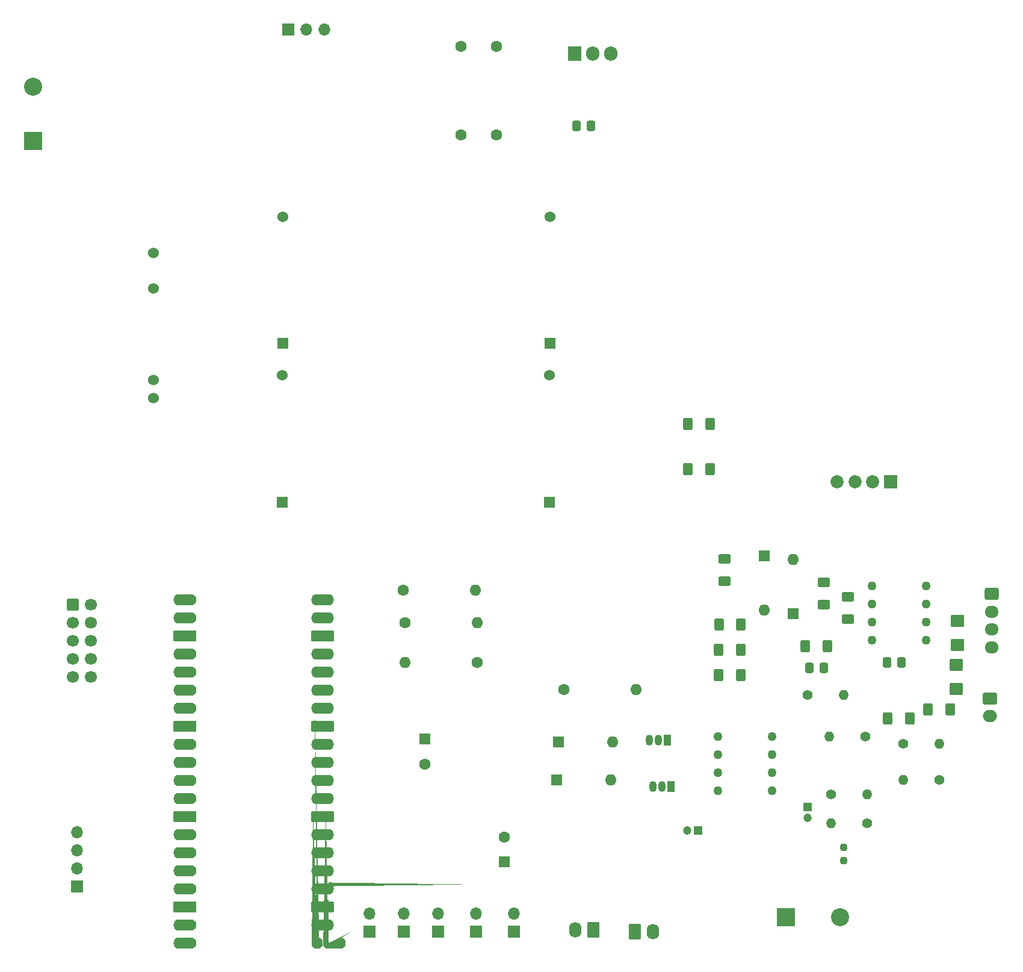
<source format=gbr>
%TF.GenerationSoftware,KiCad,Pcbnew,7.0.1*%
%TF.CreationDate,2023-05-11T18:44:24-05:00*%
%TF.ProjectId,CircuitoPotencia,43697263-7569-4746-9f50-6f74656e6369,rev?*%
%TF.SameCoordinates,Original*%
%TF.FileFunction,Soldermask,Top*%
%TF.FilePolarity,Negative*%
%FSLAX46Y46*%
G04 Gerber Fmt 4.6, Leading zero omitted, Abs format (unit mm)*
G04 Created by KiCad (PCBNEW 7.0.1) date 2023-05-11 18:44:24*
%MOMM*%
%LPD*%
G01*
G04 APERTURE LIST*
G04 Aperture macros list*
%AMRoundRect*
0 Rectangle with rounded corners*
0 $1 Rounding radius*
0 $2 $3 $4 $5 $6 $7 $8 $9 X,Y pos of 4 corners*
0 Add a 4 corners polygon primitive as box body*
4,1,4,$2,$3,$4,$5,$6,$7,$8,$9,$2,$3,0*
0 Add four circle primitives for the rounded corners*
1,1,$1+$1,$2,$3*
1,1,$1+$1,$4,$5*
1,1,$1+$1,$6,$7*
1,1,$1+$1,$8,$9*
0 Add four rect primitives between the rounded corners*
20,1,$1+$1,$2,$3,$4,$5,0*
20,1,$1+$1,$4,$5,$6,$7,0*
20,1,$1+$1,$6,$7,$8,$9,0*
20,1,$1+$1,$8,$9,$2,$3,0*%
%AMFreePoly0*
4,1,58,1.881242,0.792533,1.914585,0.788777,1.924216,0.782725,1.935306,0.780194,1.961541,0.759271,1.989950,0.741421,2.341421,0.389950,2.359271,0.361541,2.380194,0.335306,2.382725,0.324216,2.388777,0.314585,2.392533,0.281242,2.400000,0.248529,2.400000,-0.248529,2.392533,-0.281242,2.388777,-0.314585,2.382725,-0.324216,2.380194,-0.335306,2.359271,-0.361541,2.341421,-0.389950,
1.989950,-0.741421,1.961541,-0.759271,1.935306,-0.780194,1.924216,-0.782725,1.914585,-0.788777,1.881242,-0.792533,1.848529,-0.800000,0.000000,-0.800000,-0.248529,-0.800000,-0.281242,-0.792533,-0.314585,-0.788777,-0.324216,-0.782725,-0.335306,-0.780194,-0.361541,-0.759271,-0.389950,-0.741421,-0.741421,-0.389950,-0.759271,-0.361541,-0.780194,-0.335306,-0.782725,-0.324216,-0.788777,-0.314585,
-0.792533,-0.281242,-0.800000,-0.248529,-0.800000,0.248529,-0.792533,0.281242,-0.788777,0.314585,-0.782725,0.324216,-0.780194,0.335306,-0.759271,0.361541,-0.741421,0.389950,-0.389950,0.741421,-0.361541,0.759271,-0.335306,0.780194,-0.324216,0.782725,-0.314585,0.788777,-0.281242,0.792533,-0.248529,0.800000,1.848529,0.800000,1.881242,0.792533,1.881242,0.792533,$1*%
%AMFreePoly1*
4,1,58,0.281242,0.792533,0.314585,0.788777,0.324216,0.782725,0.335306,0.780194,0.361541,0.759271,0.389950,0.741421,0.741421,0.389950,0.759271,0.361541,0.780194,0.335306,0.782725,0.324216,0.788777,0.314585,0.792533,0.281242,0.800000,0.248529,0.800000,-0.248529,0.792533,-0.281242,0.788777,-0.314585,0.782725,-0.324216,0.780194,-0.335306,0.759271,-0.361541,0.741421,-0.389950,
0.389950,-0.741421,0.361541,-0.759271,0.335306,-0.780194,0.324216,-0.782725,0.314585,-0.788777,0.281242,-0.792533,0.248529,-0.800000,0.000000,-0.800000,-0.248529,-0.800000,-0.281242,-0.792533,-0.314585,-0.788777,-0.324216,-0.782725,-0.335306,-0.780194,-0.361541,-0.759271,-0.389950,-0.741421,-0.741421,-0.389950,-0.759271,-0.361541,-0.780194,-0.335306,-0.782725,-0.324216,-0.788777,-0.314585,
-0.792533,-0.281242,-0.800000,-0.248529,-0.800000,0.248529,-0.792533,0.281242,-0.788777,0.314585,-0.782725,0.324216,-0.780194,0.335306,-0.759271,0.361541,-0.741421,0.389950,-0.389950,0.741421,-0.361541,0.759271,-0.335306,0.780194,-0.324216,0.782725,-0.314585,0.788777,-0.281242,0.792533,-0.248529,0.800000,0.248529,0.800000,0.281242,0.792533,0.281242,0.792533,$1*%
G04 Aperture macros list end*
%ADD10R,1.700000X1.700000*%
%ADD11O,1.700000X1.700000*%
%ADD12RoundRect,0.250000X-0.600000X-0.600000X0.600000X-0.600000X0.600000X0.600000X-0.600000X0.600000X0*%
%ADD13C,1.700000*%
%ADD14C,1.600000*%
%ADD15O,1.600000X1.600000*%
%ADD16RoundRect,0.250000X0.400000X0.625000X-0.400000X0.625000X-0.400000X-0.625000X0.400000X-0.625000X0*%
%ADD17RoundRect,0.250000X-0.337500X-0.475000X0.337500X-0.475000X0.337500X0.475000X-0.337500X0.475000X0*%
%ADD18RoundRect,0.250000X-0.750000X0.600000X-0.750000X-0.600000X0.750000X-0.600000X0.750000X0.600000X0*%
%ADD19O,2.000000X1.700000*%
%ADD20C,1.400000*%
%ADD21O,1.400000X1.400000*%
%ADD22C,1.270000*%
%ADD23R,2.540000X2.540000*%
%ADD24C,2.540000*%
%ADD25R,1.600000X1.600000*%
%ADD26RoundRect,0.250000X-0.725000X0.600000X-0.725000X-0.600000X0.725000X-0.600000X0.725000X0.600000X0*%
%ADD27O,1.950000X1.700000*%
%ADD28C,1.524000*%
%ADD29R,1.524000X1.524000*%
%ADD30RoundRect,0.050000X-0.840000X0.760000X-0.840000X-0.760000X0.840000X-0.760000X0.840000X0.760000X0*%
%ADD31R,1.200000X1.200000*%
%ADD32C,1.200000*%
%ADD33RoundRect,0.250000X-0.400000X-0.625000X0.400000X-0.625000X0.400000X0.625000X-0.400000X0.625000X0*%
%ADD34RoundRect,0.250000X0.625000X-0.400000X0.625000X0.400000X-0.625000X0.400000X-0.625000X-0.400000X0*%
%ADD35R,1.050000X1.500000*%
%ADD36O,1.050000X1.500000*%
%ADD37RoundRect,0.250000X-0.625000X0.400000X-0.625000X-0.400000X0.625000X-0.400000X0.625000X0.400000X0*%
%ADD38FreePoly0,180.000000*%
%ADD39FreePoly1,180.000000*%
%ADD40O,3.200000X1.600000*%
%ADD41RoundRect,0.200000X1.400000X0.600000X-1.400000X0.600000X-1.400000X-0.600000X1.400000X-0.600000X0*%
%ADD42RoundRect,0.200000X0.600000X0.600000X-0.600000X0.600000X-0.600000X-0.600000X0.600000X-0.600000X0*%
%ADD43RoundRect,0.237500X-0.237500X0.250000X-0.237500X-0.250000X0.237500X-0.250000X0.237500X0.250000X0*%
%ADD44RoundRect,0.250000X0.337500X0.475000X-0.337500X0.475000X-0.337500X-0.475000X0.337500X-0.475000X0*%
%ADD45RoundRect,0.050000X0.840000X-0.760000X0.840000X0.760000X-0.840000X0.760000X-0.840000X-0.760000X0*%
%ADD46R,1.905000X2.000000*%
%ADD47O,1.905000X2.000000*%
%ADD48RoundRect,0.250000X-0.620000X-0.845000X0.620000X-0.845000X0.620000X0.845000X-0.620000X0.845000X0*%
%ADD49O,1.740000X2.190000*%
%ADD50R,1.850000X1.850000*%
%ADD51C,1.850000*%
%ADD52RoundRect,0.250000X0.620000X0.845000X-0.620000X0.845000X-0.620000X-0.845000X0.620000X-0.845000X0*%
G04 APERTURE END LIST*
D10*
%TO.C,SW2*%
X96147500Y-145039000D03*
D11*
X96147500Y-142499000D03*
%TD*%
D12*
%TO.C,J3*%
X49530000Y-99060000D03*
D13*
X52070000Y-99060000D03*
X49530000Y-101600000D03*
X52070000Y-101600000D03*
X49530000Y-104140000D03*
X52070000Y-104140000D03*
X49530000Y-106680000D03*
X52070000Y-106680000D03*
X49530000Y-109220000D03*
X52070000Y-109220000D03*
%TD*%
D14*
%TO.C,R7*%
X96266000Y-101600000D03*
D15*
X106426000Y-101600000D03*
%TD*%
D10*
%TO.C,J1*%
X50173500Y-138684000D03*
D11*
X50173500Y-136144000D03*
X50173500Y-133604000D03*
X50173500Y-131064000D03*
%TD*%
D16*
%TO.C,R10*%
X173000000Y-113792000D03*
X169900000Y-113792000D03*
%TD*%
D17*
%TO.C,C5*%
X153140500Y-107950000D03*
X155215500Y-107950000D03*
%TD*%
D18*
%TO.C,J6*%
X178562000Y-112268000D03*
D19*
X178562000Y-114768000D03*
%TD*%
D20*
%TO.C,R6*%
X161290000Y-129794000D03*
D21*
X156210000Y-129794000D03*
%TD*%
D22*
%TO.C,U2*%
X140343500Y-117602000D03*
X140343500Y-120142000D03*
X140343500Y-122682000D03*
X140343500Y-125222000D03*
X147963500Y-125222000D03*
X147963500Y-122682000D03*
X147963500Y-120142000D03*
X147963500Y-117602000D03*
%TD*%
%TO.C,IC1*%
X162010000Y-96445200D03*
X162010000Y-98985200D03*
X162010000Y-101525200D03*
X162010000Y-104065200D03*
X169630000Y-104065200D03*
X169630000Y-101525200D03*
X169630000Y-98985200D03*
X169630000Y-96445200D03*
%TD*%
D23*
%TO.C,J8*%
X149860000Y-143002000D03*
D24*
X157480000Y-143002000D03*
%TD*%
D10*
%TO.C,SW5*%
X111641500Y-145039000D03*
D11*
X111641500Y-142499000D03*
%TD*%
D25*
%TO.C,C7*%
X110236000Y-135256651D03*
D14*
X110236000Y-131756651D03*
%TD*%
D26*
%TO.C,J4*%
X178816000Y-97576000D03*
D27*
X178816000Y-100076000D03*
X178816000Y-102576000D03*
X178816000Y-105076000D03*
%TD*%
D14*
%TO.C,CIn3*%
X104144500Y-20556750D03*
X109144500Y-20556750D03*
%TD*%
D28*
%TO.C,U_5V1*%
X79130000Y-44540000D03*
D29*
X79130000Y-62340000D03*
D28*
X116730000Y-44540000D03*
D29*
X116730000Y-62340000D03*
%TD*%
D25*
%TO.C,D6*%
X146812000Y-92202000D03*
D15*
X146812000Y-99822000D03*
%TD*%
D20*
%TO.C,R5*%
X156210000Y-125730000D03*
D21*
X161290000Y-125730000D03*
%TD*%
D30*
%TO.C,D9*%
X173990000Y-101346000D03*
X173990000Y-104746000D03*
%TD*%
D31*
%TO.C,C2*%
X152908000Y-127532000D03*
D32*
X152908000Y-129032000D03*
%TD*%
D14*
%TO.C,R8*%
X96012000Y-97028000D03*
D15*
X106172000Y-97028000D03*
%TD*%
D33*
%TO.C,R14*%
X140436000Y-108966000D03*
X143536000Y-108966000D03*
%TD*%
D20*
%TO.C,R4*%
X161036000Y-117602000D03*
D21*
X155956000Y-117602000D03*
%TD*%
D25*
%TO.C,D5*%
X150876000Y-100330000D03*
D15*
X150876000Y-92710000D03*
%TD*%
D28*
%TO.C,U_3.3V1*%
X78990000Y-66846000D03*
D29*
X78990000Y-84646000D03*
D28*
X116590000Y-66846000D03*
D29*
X116590000Y-84646000D03*
%TD*%
D28*
%TO.C,PT1*%
X60912500Y-70030000D03*
X60912500Y-67530000D03*
X60912500Y-54630000D03*
X60912500Y-49630000D03*
%TD*%
D31*
%TO.C,C1*%
X137510099Y-130810000D03*
D32*
X136010099Y-130810000D03*
%TD*%
D34*
%TO.C,R15*%
X158631500Y-101118000D03*
X158631500Y-98018000D03*
%TD*%
D25*
%TO.C,D4*%
X117602000Y-123698000D03*
D15*
X125222000Y-123698000D03*
%TD*%
D35*
%TO.C,Q2*%
X133739500Y-124608000D03*
D36*
X132469500Y-124608000D03*
X131199500Y-124608000D03*
%TD*%
D23*
%TO.C,Input110*%
X44000000Y-33910000D03*
D24*
X44000000Y-26290000D03*
%TD*%
D10*
%TO.C,SW1*%
X91321500Y-145039000D03*
D11*
X91321500Y-142499000D03*
%TD*%
D20*
%TO.C,R3*%
X152908000Y-111760000D03*
D21*
X157988000Y-111760000D03*
%TD*%
D37*
%TO.C,R19*%
X141224000Y-92684000D03*
X141224000Y-95784000D03*
%TD*%
D20*
%TO.C,R2*%
X166370000Y-118618000D03*
D21*
X166370000Y-123698000D03*
%TD*%
D25*
%TO.C,C6*%
X99060000Y-117981349D03*
D14*
X99060000Y-121481349D03*
%TD*%
D38*
%TO.C,A1*%
X85496200Y-146670000D03*
D39*
X83896200Y-146670000D03*
D40*
X84696200Y-144130000D03*
D14*
X83896200Y-144130000D03*
D41*
X84696200Y-141590000D03*
D42*
X83896200Y-141590000D03*
D40*
X84696200Y-139050000D03*
X84696200Y-136510000D03*
D14*
X83896200Y-136510000D03*
D40*
X84696200Y-133970000D03*
D14*
X83896200Y-133970000D03*
D40*
X84696200Y-131430000D03*
D14*
X83896200Y-131430000D03*
D41*
X84696200Y-128890000D03*
D42*
X83896200Y-128890000D03*
D40*
X84696200Y-126350000D03*
D14*
X83896200Y-126350000D03*
D40*
X84696200Y-123810000D03*
D14*
X83896200Y-123810000D03*
D40*
X84696200Y-121270000D03*
D14*
X83896200Y-121270000D03*
D40*
X84696200Y-118730000D03*
D14*
X83896200Y-118730000D03*
D41*
X84696200Y-116190000D03*
D42*
X83896200Y-116190000D03*
D40*
X84696200Y-113650000D03*
D14*
X83896200Y-113650000D03*
D40*
X84696200Y-111110000D03*
D14*
X83896200Y-111110000D03*
D40*
X84696200Y-108570000D03*
D14*
X83896200Y-108570000D03*
D40*
X84696200Y-106030000D03*
D14*
X83896200Y-106030000D03*
D41*
X84696200Y-103490000D03*
D42*
X83896200Y-103490000D03*
D40*
X84696200Y-100950000D03*
D14*
X83896200Y-100950000D03*
D40*
X84696200Y-98410000D03*
D14*
X83896200Y-98410000D03*
X66116200Y-98410000D03*
D40*
X65316200Y-98410000D03*
D14*
X66116200Y-100950000D03*
D40*
X65316200Y-100950000D03*
D42*
X66116200Y-103490000D03*
D41*
X65316200Y-103490000D03*
D14*
X66116200Y-106030000D03*
D40*
X65316200Y-106030000D03*
D14*
X66116200Y-108570000D03*
D40*
X65316200Y-108570000D03*
D14*
X66116200Y-111110000D03*
D40*
X65316200Y-111110000D03*
D14*
X66116200Y-113650000D03*
D40*
X65316200Y-113650000D03*
D42*
X66116200Y-116190000D03*
D41*
X65316200Y-116190000D03*
D14*
X66116200Y-118730000D03*
D40*
X65316200Y-118730000D03*
D14*
X66116200Y-121270000D03*
D40*
X65316200Y-121270000D03*
D14*
X66116200Y-123810000D03*
D40*
X65316200Y-123810000D03*
D14*
X66116200Y-126350000D03*
D40*
X65316200Y-126350000D03*
D42*
X66116200Y-128890000D03*
D41*
X65316200Y-128890000D03*
D14*
X66116200Y-131430000D03*
D40*
X65316200Y-131430000D03*
D14*
X66116200Y-133970000D03*
D40*
X65316200Y-133970000D03*
D14*
X66116200Y-136510000D03*
D40*
X65316200Y-136510000D03*
D14*
X66116200Y-139050000D03*
D40*
X65316200Y-139050000D03*
D42*
X66116200Y-141590000D03*
D41*
X65316200Y-141590000D03*
D14*
X66116200Y-144130000D03*
D40*
X65316200Y-144130000D03*
D14*
X66116200Y-146670000D03*
D40*
X65316200Y-146670000D03*
%TD*%
D20*
%TO.C,R1*%
X171450000Y-123698000D03*
D21*
X171450000Y-118618000D03*
%TD*%
D43*
%TO.C,C3*%
X157988000Y-133199500D03*
X157988000Y-135024500D03*
%TD*%
D35*
%TO.C,Q1*%
X133231500Y-118110000D03*
D36*
X131961500Y-118110000D03*
X130691500Y-118110000D03*
%TD*%
D25*
%TO.C,D3*%
X117856000Y-118364000D03*
D15*
X125476000Y-118364000D03*
%TD*%
D44*
%TO.C,CIn0*%
X122449500Y-31750000D03*
X120374500Y-31750000D03*
%TD*%
D33*
%TO.C,R16*%
X152628000Y-104902000D03*
X155728000Y-104902000D03*
%TD*%
D45*
%TO.C,D8*%
X173871500Y-110920000D03*
X173871500Y-107520000D03*
%TD*%
D34*
%TO.C,R18*%
X155194000Y-99086000D03*
X155194000Y-95986000D03*
%TD*%
D46*
%TO.C,U3*%
X120142000Y-21590000D03*
D47*
X122682000Y-21590000D03*
X125222000Y-21590000D03*
%TD*%
D14*
%TO.C,CIn4*%
X104180000Y-33020000D03*
X109180000Y-33020000D03*
%TD*%
D10*
%TO.C,JP1*%
X79880000Y-18180000D03*
D11*
X82420000Y-18180000D03*
X84960000Y-18180000D03*
%TD*%
D33*
%TO.C,R11*%
X140436000Y-105410000D03*
X143536000Y-105410000D03*
%TD*%
D16*
%TO.C,R9*%
X143562000Y-101854000D03*
X140462000Y-101854000D03*
%TD*%
D33*
%TO.C,R17*%
X164219500Y-115062000D03*
X167319500Y-115062000D03*
%TD*%
D44*
%TO.C,C4*%
X166137500Y-107188000D03*
X164062500Y-107188000D03*
%TD*%
D33*
%TO.C,R12*%
X136118000Y-80010000D03*
X139218000Y-80010000D03*
%TD*%
D48*
%TO.C,J2*%
X128659500Y-145034000D03*
D49*
X131199500Y-145034000D03*
%TD*%
D14*
%TO.C,*%
X83896200Y-139039600D03*
%TD*%
D16*
%TO.C,R13*%
X139218000Y-73660000D03*
X136118000Y-73660000D03*
%TD*%
D50*
%TO.C,J5*%
X164592000Y-81788000D03*
D51*
X162092000Y-81788000D03*
X159592000Y-81788000D03*
X157092000Y-81788000D03*
%TD*%
D14*
%TO.C,R21*%
X118618000Y-110998000D03*
D15*
X128778000Y-110998000D03*
%TD*%
D10*
%TO.C,SW4*%
X106307500Y-145039000D03*
D11*
X106307500Y-142499000D03*
%TD*%
D52*
%TO.C,J9*%
X122817500Y-144780000D03*
D49*
X120277500Y-144780000D03*
%TD*%
D14*
%TO.C,R20*%
X106426000Y-107188000D03*
D15*
X96266000Y-107188000D03*
%TD*%
D10*
%TO.C,SW3*%
X100973500Y-145034000D03*
D11*
X100973500Y-142494000D03*
%TD*%
M02*

</source>
